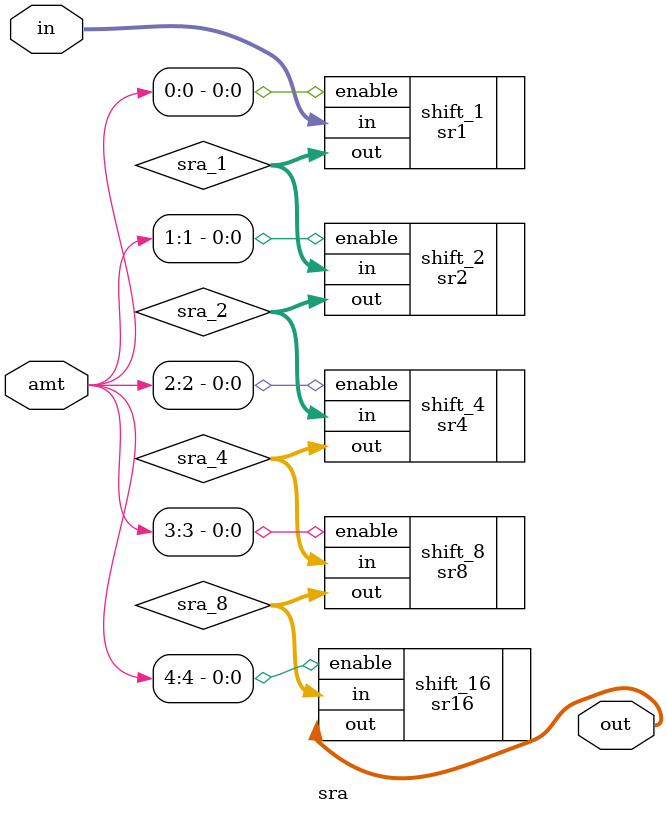
<source format=v>
module sra(out, in, amt);
	// Input
	input [31:0] in;
	input [4:0] amt;
	
	// Output
	output [31:0] out;
	
	// Wire
	wire [31:0] sra_8, sra_4, sra_2, sra_1;
	
	// Code
	sr1 shift_1(.out(sra_1), .in(in), .enable(amt[0]));
	sr2 shift_2(.out(sra_2), .in(sra_1), .enable(amt[1]));
	sr4 shift_4(.out(sra_4), .in(sra_2), .enable(amt[2]));
	sr8 shift_8(.out(sra_8), .in(sra_4), .enable(amt[3]));
	sr16 shift_16(.out(out), .in(sra_8), .enable(amt[4]));
		
 endmodule

</source>
